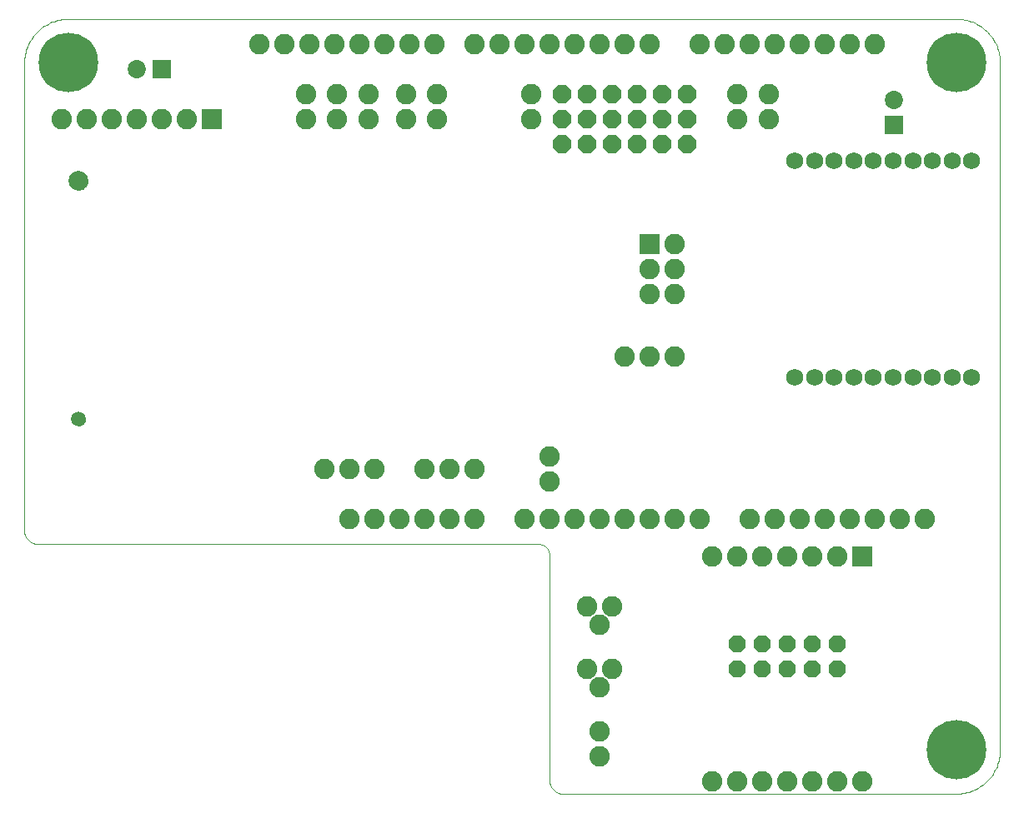
<source format=gbs>
G75*
G70*
%OFA0B0*%
%FSLAX24Y24*%
%IPPOS*%
%LPD*%
%AMOC8*
5,1,8,0,0,1.08239X$1,22.5*
%
%ADD10C,0.0000*%
%ADD11C,0.0820*%
%ADD12R,0.0820X0.0820*%
%ADD13C,0.0789*%
%ADD14C,0.0592*%
%ADD15C,0.0680*%
%ADD16C,0.2380*%
%ADD17OC8,0.0720*%
%ADD18OC8,0.0680*%
%ADD19R,0.0730X0.0730*%
%ADD20C,0.0730*%
D10*
X005721Y015221D02*
X025721Y015221D01*
X025765Y015219D01*
X025808Y015213D01*
X025850Y015204D01*
X025892Y015191D01*
X025932Y015174D01*
X025971Y015154D01*
X026008Y015131D01*
X026042Y015104D01*
X026075Y015075D01*
X026104Y015042D01*
X026131Y015008D01*
X026154Y014971D01*
X026174Y014932D01*
X026191Y014892D01*
X026204Y014850D01*
X026213Y014808D01*
X026219Y014765D01*
X026221Y014721D01*
X026221Y005721D01*
X026223Y005677D01*
X026229Y005634D01*
X026238Y005592D01*
X026251Y005550D01*
X026268Y005510D01*
X026288Y005471D01*
X026311Y005434D01*
X026338Y005400D01*
X026367Y005367D01*
X026400Y005338D01*
X026434Y005311D01*
X026471Y005288D01*
X026510Y005268D01*
X026550Y005251D01*
X026592Y005238D01*
X026634Y005229D01*
X026677Y005223D01*
X026721Y005221D01*
X042471Y005221D01*
X042554Y005223D01*
X042637Y005229D01*
X042720Y005239D01*
X042802Y005253D01*
X042884Y005270D01*
X042964Y005292D01*
X043043Y005317D01*
X043121Y005346D01*
X043198Y005379D01*
X043273Y005416D01*
X043346Y005455D01*
X043417Y005499D01*
X043486Y005545D01*
X043553Y005595D01*
X043617Y005648D01*
X043679Y005704D01*
X043738Y005763D01*
X043794Y005825D01*
X043847Y005889D01*
X043897Y005956D01*
X043943Y006025D01*
X043987Y006096D01*
X044026Y006169D01*
X044063Y006244D01*
X044096Y006321D01*
X044125Y006399D01*
X044150Y006478D01*
X044172Y006558D01*
X044189Y006640D01*
X044203Y006722D01*
X044213Y006805D01*
X044219Y006888D01*
X044221Y006971D01*
X044221Y034471D01*
X044219Y034554D01*
X044213Y034637D01*
X044203Y034720D01*
X044189Y034802D01*
X044172Y034884D01*
X044150Y034964D01*
X044125Y035043D01*
X044096Y035121D01*
X044063Y035198D01*
X044026Y035273D01*
X043987Y035346D01*
X043943Y035417D01*
X043897Y035486D01*
X043847Y035553D01*
X043794Y035617D01*
X043738Y035679D01*
X043679Y035738D01*
X043617Y035794D01*
X043553Y035847D01*
X043486Y035897D01*
X043417Y035943D01*
X043346Y035987D01*
X043273Y036026D01*
X043198Y036063D01*
X043121Y036096D01*
X043043Y036125D01*
X042964Y036150D01*
X042884Y036172D01*
X042802Y036189D01*
X042720Y036203D01*
X042637Y036213D01*
X042554Y036219D01*
X042471Y036221D01*
X006971Y036221D01*
X006888Y036219D01*
X006805Y036213D01*
X006722Y036203D01*
X006640Y036189D01*
X006558Y036172D01*
X006478Y036150D01*
X006399Y036125D01*
X006321Y036096D01*
X006244Y036063D01*
X006169Y036026D01*
X006096Y035987D01*
X006025Y035943D01*
X005956Y035897D01*
X005889Y035847D01*
X005825Y035794D01*
X005763Y035738D01*
X005704Y035679D01*
X005648Y035617D01*
X005595Y035553D01*
X005545Y035486D01*
X005499Y035417D01*
X005455Y035346D01*
X005416Y035273D01*
X005379Y035198D01*
X005346Y035121D01*
X005317Y035043D01*
X005292Y034964D01*
X005270Y034884D01*
X005253Y034802D01*
X005239Y034720D01*
X005229Y034637D01*
X005223Y034554D01*
X005221Y034471D01*
X005221Y015721D01*
X005223Y015677D01*
X005229Y015634D01*
X005238Y015592D01*
X005251Y015550D01*
X005268Y015510D01*
X005288Y015471D01*
X005311Y015434D01*
X005338Y015400D01*
X005367Y015367D01*
X005400Y015338D01*
X005434Y015311D01*
X005471Y015288D01*
X005510Y015268D01*
X005550Y015251D01*
X005592Y015238D01*
X005634Y015229D01*
X005677Y015223D01*
X005721Y015221D01*
X007130Y020207D02*
X007132Y020238D01*
X007138Y020269D01*
X007147Y020299D01*
X007160Y020328D01*
X007177Y020355D01*
X007197Y020379D01*
X007219Y020401D01*
X007245Y020420D01*
X007272Y020436D01*
X007301Y020448D01*
X007331Y020457D01*
X007362Y020462D01*
X007394Y020463D01*
X007425Y020460D01*
X007456Y020453D01*
X007486Y020443D01*
X007514Y020429D01*
X007540Y020411D01*
X007564Y020391D01*
X007585Y020367D01*
X007604Y020342D01*
X007619Y020314D01*
X007630Y020285D01*
X007638Y020254D01*
X007642Y020223D01*
X007642Y020191D01*
X007638Y020160D01*
X007630Y020129D01*
X007619Y020100D01*
X007604Y020072D01*
X007585Y020047D01*
X007564Y020023D01*
X007540Y020003D01*
X007514Y019985D01*
X007486Y019971D01*
X007456Y019961D01*
X007425Y019954D01*
X007394Y019951D01*
X007362Y019952D01*
X007331Y019957D01*
X007301Y019966D01*
X007272Y019978D01*
X007245Y019994D01*
X007219Y020013D01*
X007197Y020035D01*
X007177Y020059D01*
X007160Y020086D01*
X007147Y020115D01*
X007138Y020145D01*
X007132Y020176D01*
X007130Y020207D01*
X007032Y029735D02*
X007034Y029772D01*
X007040Y029809D01*
X007049Y029844D01*
X007063Y029879D01*
X007079Y029912D01*
X007100Y029943D01*
X007123Y029972D01*
X007149Y029998D01*
X007178Y030021D01*
X007209Y030042D01*
X007242Y030058D01*
X007277Y030072D01*
X007312Y030081D01*
X007349Y030087D01*
X007386Y030089D01*
X007423Y030087D01*
X007460Y030081D01*
X007495Y030072D01*
X007530Y030058D01*
X007563Y030042D01*
X007594Y030021D01*
X007623Y029998D01*
X007649Y029972D01*
X007672Y029943D01*
X007693Y029912D01*
X007709Y029879D01*
X007723Y029844D01*
X007732Y029809D01*
X007738Y029772D01*
X007740Y029735D01*
X007738Y029698D01*
X007732Y029661D01*
X007723Y029626D01*
X007709Y029591D01*
X007693Y029558D01*
X007672Y029527D01*
X007649Y029498D01*
X007623Y029472D01*
X007594Y029449D01*
X007563Y029428D01*
X007530Y029412D01*
X007495Y029398D01*
X007460Y029389D01*
X007423Y029383D01*
X007386Y029381D01*
X007349Y029383D01*
X007312Y029389D01*
X007277Y029398D01*
X007242Y029412D01*
X007209Y029428D01*
X007178Y029449D01*
X007149Y029472D01*
X007123Y029498D01*
X007100Y029527D01*
X007079Y029558D01*
X007063Y029591D01*
X007049Y029626D01*
X007040Y029661D01*
X007034Y029698D01*
X007032Y029735D01*
D11*
X006721Y032221D03*
X007721Y032221D03*
X008721Y032221D03*
X009721Y032221D03*
X010721Y032221D03*
X011721Y032221D03*
X014621Y035221D03*
X015621Y035221D03*
X016621Y035221D03*
X017621Y035221D03*
X018621Y035221D03*
X019621Y035221D03*
X020621Y035221D03*
X021621Y035221D03*
X023221Y035221D03*
X024221Y035221D03*
X025221Y035221D03*
X026221Y035221D03*
X027221Y035221D03*
X028221Y035221D03*
X029221Y035221D03*
X030221Y035221D03*
X032221Y035221D03*
X033221Y035221D03*
X034221Y035221D03*
X035221Y035221D03*
X036221Y035221D03*
X037221Y035221D03*
X038221Y035221D03*
X039221Y035221D03*
X034971Y033221D03*
X034971Y032221D03*
X033721Y032221D03*
X033721Y033221D03*
X031221Y027221D03*
X031221Y026221D03*
X031221Y025221D03*
X030221Y025221D03*
X030221Y026221D03*
X030221Y022721D03*
X031221Y022721D03*
X029221Y022721D03*
X026221Y018721D03*
X026221Y017721D03*
X026221Y016221D03*
X025221Y016221D03*
X027221Y016221D03*
X028221Y016221D03*
X029221Y016221D03*
X030221Y016221D03*
X031221Y016221D03*
X032221Y016221D03*
X032721Y014721D03*
X033721Y014721D03*
X034721Y014721D03*
X035721Y014721D03*
X036721Y014721D03*
X037721Y014721D03*
X038221Y016221D03*
X039221Y016221D03*
X040221Y016221D03*
X041221Y016221D03*
X037221Y016221D03*
X036221Y016221D03*
X035221Y016221D03*
X034221Y016221D03*
X028721Y012721D03*
X028221Y011971D03*
X027721Y012721D03*
X027721Y010221D03*
X028221Y009471D03*
X028721Y010221D03*
X028221Y007721D03*
X028221Y006721D03*
X032721Y005721D03*
X033721Y005721D03*
X034721Y005721D03*
X035721Y005721D03*
X036721Y005721D03*
X037721Y005721D03*
X038721Y005721D03*
X023221Y016221D03*
X022221Y016221D03*
X021221Y016221D03*
X020221Y016221D03*
X019221Y016221D03*
X018221Y016221D03*
X018221Y018221D03*
X019221Y018221D03*
X021221Y018221D03*
X022221Y018221D03*
X023221Y018221D03*
X017221Y018221D03*
X017721Y032221D03*
X018971Y032221D03*
X018971Y033221D03*
X017721Y033221D03*
X016471Y033221D03*
X016471Y032221D03*
X020471Y032221D03*
X020471Y033221D03*
X021721Y033221D03*
X021721Y032221D03*
X025471Y032221D03*
X025471Y033221D03*
D12*
X030221Y027221D03*
X038721Y014721D03*
X012721Y032221D03*
D13*
X007386Y029735D03*
D14*
X007386Y020207D03*
D15*
X036008Y021890D03*
X036796Y021890D03*
X037583Y021890D03*
X038370Y021890D03*
X039158Y021890D03*
X039945Y021890D03*
X040733Y021890D03*
X041520Y021890D03*
X042307Y021890D03*
X043095Y021890D03*
X043095Y030551D03*
X042307Y030551D03*
X041520Y030551D03*
X040733Y030551D03*
X039945Y030551D03*
X039158Y030551D03*
X038370Y030551D03*
X037583Y030551D03*
X036796Y030551D03*
X036008Y030551D03*
D16*
X042471Y034471D03*
X042471Y006971D03*
X006971Y034471D03*
D17*
X026721Y033221D03*
X027721Y033221D03*
X028721Y033221D03*
X029721Y033221D03*
X030721Y033221D03*
X031721Y033221D03*
X031721Y032221D03*
X031721Y031221D03*
X030721Y031221D03*
X030721Y032221D03*
X029721Y032221D03*
X029721Y031221D03*
X028721Y031221D03*
X028721Y032221D03*
X027721Y032221D03*
X027721Y031221D03*
X026721Y031221D03*
X026721Y032221D03*
D18*
X033721Y011221D03*
X034721Y011221D03*
X035721Y011221D03*
X036721Y011221D03*
X037721Y011221D03*
X037721Y010221D03*
X036721Y010221D03*
X035721Y010221D03*
X034721Y010221D03*
X033721Y010221D03*
D19*
X039971Y031971D03*
X010721Y034221D03*
D20*
X009721Y034221D03*
X039971Y032971D03*
M02*

</source>
